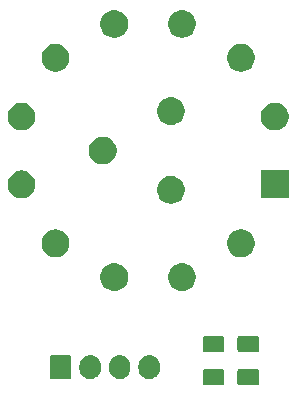
<source format=gbr>
G04 #@! TF.GenerationSoftware,KiCad,Pcbnew,5.0.2-bee76a0~70~ubuntu18.10.1*
G04 #@! TF.CreationDate,2019-03-17T01:32:55+01:00*
G04 #@! TF.ProjectId,Relocator Rotary,52656c6f-6361-4746-9f72-20526f746172,rev?*
G04 #@! TF.SameCoordinates,Original*
G04 #@! TF.FileFunction,Soldermask,Top*
G04 #@! TF.FilePolarity,Negative*
%FSLAX46Y46*%
G04 Gerber Fmt 4.6, Leading zero omitted, Abs format (unit mm)*
G04 Created by KiCad (PCBNEW 5.0.2-bee76a0~70~ubuntu18.10.1) date dom 17 mar 2019 01:32:55 CET*
%MOMM*%
%LPD*%
G01*
G04 APERTURE LIST*
%ADD10C,0.100000*%
G04 APERTURE END LIST*
D10*
G36*
X38919404Y-47616747D02*
X38955945Y-47627832D01*
X38989620Y-47645831D01*
X39019141Y-47670059D01*
X39043369Y-47699580D01*
X39061368Y-47733255D01*
X39072453Y-47769796D01*
X39076800Y-47813938D01*
X39076800Y-48762862D01*
X39072453Y-48807004D01*
X39061368Y-48843545D01*
X39043369Y-48877220D01*
X39019141Y-48906741D01*
X38989620Y-48930969D01*
X38955945Y-48948968D01*
X38919404Y-48960053D01*
X38875262Y-48964400D01*
X37426338Y-48964400D01*
X37382196Y-48960053D01*
X37345655Y-48948968D01*
X37311980Y-48930969D01*
X37282459Y-48906741D01*
X37258231Y-48877220D01*
X37240232Y-48843545D01*
X37229147Y-48807004D01*
X37224800Y-48762862D01*
X37224800Y-47813938D01*
X37229147Y-47769796D01*
X37240232Y-47733255D01*
X37258231Y-47699580D01*
X37282459Y-47670059D01*
X37311980Y-47645831D01*
X37345655Y-47627832D01*
X37382196Y-47616747D01*
X37426338Y-47612400D01*
X38875262Y-47612400D01*
X38919404Y-47616747D01*
X38919404Y-47616747D01*
G37*
G36*
X35973004Y-47616747D02*
X36009545Y-47627832D01*
X36043220Y-47645831D01*
X36072741Y-47670059D01*
X36096969Y-47699580D01*
X36114968Y-47733255D01*
X36126053Y-47769796D01*
X36130400Y-47813938D01*
X36130400Y-48762862D01*
X36126053Y-48807004D01*
X36114968Y-48843545D01*
X36096969Y-48877220D01*
X36072741Y-48906741D01*
X36043220Y-48930969D01*
X36009545Y-48948968D01*
X35973004Y-48960053D01*
X35928862Y-48964400D01*
X34479938Y-48964400D01*
X34435796Y-48960053D01*
X34399255Y-48948968D01*
X34365580Y-48930969D01*
X34336059Y-48906741D01*
X34311831Y-48877220D01*
X34293832Y-48843545D01*
X34282747Y-48807004D01*
X34278400Y-48762862D01*
X34278400Y-47813938D01*
X34282747Y-47769796D01*
X34293832Y-47733255D01*
X34311831Y-47699580D01*
X34336059Y-47670059D01*
X34365580Y-47645831D01*
X34399255Y-47627832D01*
X34435796Y-47616747D01*
X34479938Y-47612400D01*
X35928862Y-47612400D01*
X35973004Y-47616747D01*
X35973004Y-47616747D01*
G37*
G36*
X24927026Y-46434237D02*
X25040252Y-46468584D01*
X25096866Y-46485757D01*
X25253389Y-46569421D01*
X25390586Y-46682014D01*
X25473848Y-46783471D01*
X25503178Y-46819209D01*
X25503179Y-46819211D01*
X25586843Y-46975733D01*
X25604016Y-47032347D01*
X25638363Y-47145573D01*
X25638363Y-47145575D01*
X25651400Y-47277940D01*
X25651400Y-47616459D01*
X25648507Y-47645831D01*
X25638363Y-47748826D01*
X25586843Y-47918666D01*
X25503178Y-48075191D01*
X25503177Y-48075192D01*
X25390586Y-48212386D01*
X25295651Y-48290296D01*
X25253391Y-48324978D01*
X25253389Y-48324979D01*
X25096867Y-48408643D01*
X25056134Y-48420999D01*
X24927027Y-48460163D01*
X24750400Y-48477559D01*
X24573774Y-48460163D01*
X24444667Y-48420999D01*
X24403934Y-48408643D01*
X24247412Y-48324979D01*
X24247410Y-48324978D01*
X24110216Y-48212386D01*
X24110212Y-48212383D01*
X23997622Y-48075192D01*
X23913957Y-47918667D01*
X23868798Y-47769796D01*
X23862437Y-47748827D01*
X23852293Y-47645831D01*
X23849400Y-47616460D01*
X23849400Y-47277941D01*
X23862437Y-47145576D01*
X23862437Y-47145574D01*
X23913957Y-46975735D01*
X23913957Y-46975734D01*
X23997621Y-46819211D01*
X24110214Y-46682014D01*
X24211671Y-46598752D01*
X24247409Y-46569422D01*
X24265313Y-46559852D01*
X24403933Y-46485757D01*
X24460547Y-46468584D01*
X24573773Y-46434237D01*
X24750400Y-46416841D01*
X24927026Y-46434237D01*
X24927026Y-46434237D01*
G37*
G36*
X27427026Y-46434237D02*
X27540252Y-46468584D01*
X27596866Y-46485757D01*
X27753389Y-46569421D01*
X27890586Y-46682014D01*
X27973848Y-46783471D01*
X28003178Y-46819209D01*
X28003179Y-46819211D01*
X28086843Y-46975733D01*
X28104016Y-47032347D01*
X28138363Y-47145573D01*
X28138363Y-47145575D01*
X28151400Y-47277940D01*
X28151400Y-47616459D01*
X28148507Y-47645831D01*
X28138363Y-47748826D01*
X28086843Y-47918666D01*
X28003178Y-48075191D01*
X28003177Y-48075192D01*
X27890586Y-48212386D01*
X27795651Y-48290296D01*
X27753391Y-48324978D01*
X27753389Y-48324979D01*
X27596867Y-48408643D01*
X27556134Y-48420999D01*
X27427027Y-48460163D01*
X27250400Y-48477559D01*
X27073774Y-48460163D01*
X26944667Y-48420999D01*
X26903934Y-48408643D01*
X26747412Y-48324979D01*
X26747410Y-48324978D01*
X26610216Y-48212386D01*
X26610212Y-48212383D01*
X26497622Y-48075192D01*
X26413957Y-47918667D01*
X26368798Y-47769796D01*
X26362437Y-47748827D01*
X26352293Y-47645831D01*
X26349400Y-47616460D01*
X26349400Y-47277941D01*
X26362437Y-47145576D01*
X26362437Y-47145574D01*
X26413957Y-46975735D01*
X26413957Y-46975734D01*
X26497621Y-46819211D01*
X26610214Y-46682014D01*
X26711671Y-46598752D01*
X26747409Y-46569422D01*
X26765313Y-46559852D01*
X26903933Y-46485757D01*
X26960547Y-46468584D01*
X27073773Y-46434237D01*
X27250400Y-46416841D01*
X27427026Y-46434237D01*
X27427026Y-46434237D01*
G37*
G36*
X29927026Y-46434237D02*
X30040252Y-46468584D01*
X30096866Y-46485757D01*
X30253389Y-46569421D01*
X30390586Y-46682014D01*
X30473848Y-46783471D01*
X30503178Y-46819209D01*
X30503179Y-46819211D01*
X30586843Y-46975733D01*
X30604016Y-47032347D01*
X30638363Y-47145573D01*
X30638363Y-47145575D01*
X30651400Y-47277940D01*
X30651400Y-47616459D01*
X30648507Y-47645831D01*
X30638363Y-47748826D01*
X30586843Y-47918666D01*
X30503178Y-48075191D01*
X30503177Y-48075192D01*
X30390586Y-48212386D01*
X30295651Y-48290296D01*
X30253391Y-48324978D01*
X30253389Y-48324979D01*
X30096867Y-48408643D01*
X30056134Y-48420999D01*
X29927027Y-48460163D01*
X29750400Y-48477559D01*
X29573774Y-48460163D01*
X29444667Y-48420999D01*
X29403934Y-48408643D01*
X29247412Y-48324979D01*
X29247410Y-48324978D01*
X29110216Y-48212386D01*
X29110212Y-48212383D01*
X28997622Y-48075192D01*
X28913957Y-47918667D01*
X28868798Y-47769796D01*
X28862437Y-47748827D01*
X28852293Y-47645831D01*
X28849400Y-47616460D01*
X28849400Y-47277941D01*
X28862437Y-47145576D01*
X28862437Y-47145574D01*
X28913957Y-46975735D01*
X28913957Y-46975734D01*
X28997621Y-46819211D01*
X29110214Y-46682014D01*
X29211671Y-46598752D01*
X29247409Y-46569422D01*
X29265313Y-46559852D01*
X29403933Y-46485757D01*
X29460547Y-46468584D01*
X29573773Y-46434237D01*
X29750400Y-46416841D01*
X29927026Y-46434237D01*
X29927026Y-46434237D01*
G37*
G36*
X23009000Y-46425189D02*
X23042049Y-46435214D01*
X23072506Y-46451494D01*
X23099199Y-46473401D01*
X23121106Y-46500094D01*
X23137386Y-46530551D01*
X23147411Y-46563600D01*
X23151400Y-46604104D01*
X23151400Y-48290296D01*
X23147411Y-48330800D01*
X23137386Y-48363849D01*
X23121106Y-48394306D01*
X23099199Y-48420999D01*
X23072506Y-48442906D01*
X23042049Y-48459186D01*
X23009000Y-48469211D01*
X22968496Y-48473200D01*
X21532304Y-48473200D01*
X21491800Y-48469211D01*
X21458751Y-48459186D01*
X21428294Y-48442906D01*
X21401601Y-48420999D01*
X21379694Y-48394306D01*
X21363414Y-48363849D01*
X21353389Y-48330800D01*
X21349400Y-48290296D01*
X21349400Y-46604104D01*
X21353389Y-46563600D01*
X21363414Y-46530551D01*
X21379694Y-46500094D01*
X21401601Y-46473401D01*
X21428294Y-46451494D01*
X21458751Y-46435214D01*
X21491800Y-46425189D01*
X21532304Y-46421200D01*
X22968496Y-46421200D01*
X23009000Y-46425189D01*
X23009000Y-46425189D01*
G37*
G36*
X35973004Y-44816747D02*
X36009545Y-44827832D01*
X36043220Y-44845831D01*
X36072741Y-44870059D01*
X36096969Y-44899580D01*
X36114968Y-44933255D01*
X36126053Y-44969796D01*
X36130400Y-45013938D01*
X36130400Y-45962862D01*
X36126053Y-46007004D01*
X36114968Y-46043545D01*
X36096969Y-46077220D01*
X36072741Y-46106741D01*
X36043220Y-46130969D01*
X36009545Y-46148968D01*
X35973004Y-46160053D01*
X35928862Y-46164400D01*
X34479938Y-46164400D01*
X34435796Y-46160053D01*
X34399255Y-46148968D01*
X34365580Y-46130969D01*
X34336059Y-46106741D01*
X34311831Y-46077220D01*
X34293832Y-46043545D01*
X34282747Y-46007004D01*
X34278400Y-45962862D01*
X34278400Y-45013938D01*
X34282747Y-44969796D01*
X34293832Y-44933255D01*
X34311831Y-44899580D01*
X34336059Y-44870059D01*
X34365580Y-44845831D01*
X34399255Y-44827832D01*
X34435796Y-44816747D01*
X34479938Y-44812400D01*
X35928862Y-44812400D01*
X35973004Y-44816747D01*
X35973004Y-44816747D01*
G37*
G36*
X38919404Y-44816747D02*
X38955945Y-44827832D01*
X38989620Y-44845831D01*
X39019141Y-44870059D01*
X39043369Y-44899580D01*
X39061368Y-44933255D01*
X39072453Y-44969796D01*
X39076800Y-45013938D01*
X39076800Y-45962862D01*
X39072453Y-46007004D01*
X39061368Y-46043545D01*
X39043369Y-46077220D01*
X39019141Y-46106741D01*
X38989620Y-46130969D01*
X38955945Y-46148968D01*
X38919404Y-46160053D01*
X38875262Y-46164400D01*
X37426338Y-46164400D01*
X37382196Y-46160053D01*
X37345655Y-46148968D01*
X37311980Y-46130969D01*
X37282459Y-46106741D01*
X37258231Y-46077220D01*
X37240232Y-46043545D01*
X37229147Y-46007004D01*
X37224800Y-45962862D01*
X37224800Y-45013938D01*
X37229147Y-44969796D01*
X37240232Y-44933255D01*
X37258231Y-44899580D01*
X37282459Y-44870059D01*
X37311980Y-44845831D01*
X37345655Y-44827832D01*
X37382196Y-44816747D01*
X37426338Y-44812400D01*
X38875262Y-44812400D01*
X38919404Y-44816747D01*
X38919404Y-44816747D01*
G37*
G36*
X32766626Y-38674996D02*
X32880227Y-38697593D01*
X33094245Y-38786242D01*
X33285558Y-38914074D01*
X33286859Y-38914943D01*
X33450657Y-39078741D01*
X33450659Y-39078744D01*
X33579358Y-39271355D01*
X33668007Y-39485373D01*
X33713200Y-39712574D01*
X33713200Y-39944226D01*
X33668007Y-40171427D01*
X33579358Y-40385445D01*
X33451526Y-40576758D01*
X33450657Y-40578059D01*
X33286859Y-40741857D01*
X33286856Y-40741859D01*
X33094245Y-40870558D01*
X32880227Y-40959207D01*
X32766627Y-40981803D01*
X32653027Y-41004400D01*
X32421373Y-41004400D01*
X32307773Y-40981803D01*
X32194173Y-40959207D01*
X31980155Y-40870558D01*
X31787544Y-40741859D01*
X31787541Y-40741857D01*
X31623743Y-40578059D01*
X31622874Y-40576758D01*
X31495042Y-40385445D01*
X31406393Y-40171427D01*
X31361200Y-39944226D01*
X31361200Y-39712574D01*
X31406393Y-39485373D01*
X31495042Y-39271355D01*
X31623741Y-39078744D01*
X31623743Y-39078741D01*
X31787541Y-38914943D01*
X31788842Y-38914074D01*
X31980155Y-38786242D01*
X32194173Y-38697593D01*
X32307774Y-38674996D01*
X32421373Y-38652400D01*
X32653027Y-38652400D01*
X32766626Y-38674996D01*
X32766626Y-38674996D01*
G37*
G36*
X27026626Y-38674996D02*
X27140227Y-38697593D01*
X27354245Y-38786242D01*
X27545558Y-38914074D01*
X27546859Y-38914943D01*
X27710657Y-39078741D01*
X27710659Y-39078744D01*
X27839358Y-39271355D01*
X27928007Y-39485373D01*
X27973200Y-39712574D01*
X27973200Y-39944226D01*
X27928007Y-40171427D01*
X27839358Y-40385445D01*
X27711526Y-40576758D01*
X27710657Y-40578059D01*
X27546859Y-40741857D01*
X27546856Y-40741859D01*
X27354245Y-40870558D01*
X27140227Y-40959207D01*
X27026627Y-40981803D01*
X26913027Y-41004400D01*
X26681373Y-41004400D01*
X26567773Y-40981803D01*
X26454173Y-40959207D01*
X26240155Y-40870558D01*
X26047544Y-40741859D01*
X26047541Y-40741857D01*
X25883743Y-40578059D01*
X25882874Y-40576758D01*
X25755042Y-40385445D01*
X25666393Y-40171427D01*
X25621200Y-39944226D01*
X25621200Y-39712574D01*
X25666393Y-39485373D01*
X25755042Y-39271355D01*
X25883741Y-39078744D01*
X25883743Y-39078741D01*
X26047541Y-38914943D01*
X26048842Y-38914074D01*
X26240155Y-38786242D01*
X26454173Y-38697593D01*
X26567774Y-38674996D01*
X26681373Y-38652400D01*
X26913027Y-38652400D01*
X27026626Y-38674996D01*
X27026626Y-38674996D01*
G37*
G36*
X22046627Y-35804997D02*
X22160227Y-35827593D01*
X22374245Y-35916242D01*
X22565558Y-36044074D01*
X22566859Y-36044943D01*
X22730657Y-36208741D01*
X22730659Y-36208744D01*
X22859358Y-36401355D01*
X22948007Y-36615373D01*
X22993200Y-36842574D01*
X22993200Y-37074226D01*
X22948007Y-37301427D01*
X22859358Y-37515445D01*
X22731526Y-37706758D01*
X22730657Y-37708059D01*
X22566859Y-37871857D01*
X22566856Y-37871859D01*
X22374245Y-38000558D01*
X22160227Y-38089207D01*
X22046627Y-38111803D01*
X21933027Y-38134400D01*
X21701373Y-38134400D01*
X21587773Y-38111803D01*
X21474173Y-38089207D01*
X21260155Y-38000558D01*
X21067544Y-37871859D01*
X21067541Y-37871857D01*
X20903743Y-37708059D01*
X20902874Y-37706758D01*
X20775042Y-37515445D01*
X20686393Y-37301427D01*
X20641200Y-37074226D01*
X20641200Y-36842574D01*
X20686393Y-36615373D01*
X20775042Y-36401355D01*
X20903741Y-36208744D01*
X20903743Y-36208741D01*
X21067541Y-36044943D01*
X21068842Y-36044074D01*
X21260155Y-35916242D01*
X21474173Y-35827593D01*
X21587773Y-35804997D01*
X21701373Y-35782400D01*
X21933027Y-35782400D01*
X22046627Y-35804997D01*
X22046627Y-35804997D01*
G37*
G36*
X37746627Y-35804997D02*
X37860227Y-35827593D01*
X38074245Y-35916242D01*
X38265558Y-36044074D01*
X38266859Y-36044943D01*
X38430657Y-36208741D01*
X38430659Y-36208744D01*
X38559358Y-36401355D01*
X38648007Y-36615373D01*
X38693200Y-36842574D01*
X38693200Y-37074226D01*
X38648007Y-37301427D01*
X38559358Y-37515445D01*
X38431526Y-37706758D01*
X38430657Y-37708059D01*
X38266859Y-37871857D01*
X38266856Y-37871859D01*
X38074245Y-38000558D01*
X37860227Y-38089207D01*
X37746627Y-38111803D01*
X37633027Y-38134400D01*
X37401373Y-38134400D01*
X37287773Y-38111803D01*
X37174173Y-38089207D01*
X36960155Y-38000558D01*
X36767544Y-37871859D01*
X36767541Y-37871857D01*
X36603743Y-37708059D01*
X36602874Y-37706758D01*
X36475042Y-37515445D01*
X36386393Y-37301427D01*
X36341200Y-37074226D01*
X36341200Y-36842574D01*
X36386393Y-36615373D01*
X36475042Y-36401355D01*
X36603741Y-36208744D01*
X36603743Y-36208741D01*
X36767541Y-36044943D01*
X36768842Y-36044074D01*
X36960155Y-35916242D01*
X37174173Y-35827593D01*
X37287773Y-35804997D01*
X37401373Y-35782400D01*
X37633027Y-35782400D01*
X37746627Y-35804997D01*
X37746627Y-35804997D01*
G37*
G36*
X31821627Y-31288997D02*
X31935227Y-31311593D01*
X32149245Y-31400242D01*
X32340558Y-31528074D01*
X32341859Y-31528943D01*
X32505657Y-31692741D01*
X32505659Y-31692744D01*
X32634358Y-31885355D01*
X32723007Y-32099373D01*
X32768200Y-32326574D01*
X32768200Y-32558226D01*
X32723007Y-32785427D01*
X32634358Y-32999445D01*
X32561017Y-33109207D01*
X32505657Y-33192059D01*
X32341859Y-33355857D01*
X32341856Y-33355859D01*
X32149245Y-33484558D01*
X31935227Y-33573207D01*
X31821626Y-33595804D01*
X31708027Y-33618400D01*
X31476373Y-33618400D01*
X31362774Y-33595804D01*
X31249173Y-33573207D01*
X31035155Y-33484558D01*
X30842544Y-33355859D01*
X30842541Y-33355857D01*
X30678743Y-33192059D01*
X30623383Y-33109207D01*
X30550042Y-32999445D01*
X30461393Y-32785427D01*
X30416200Y-32558226D01*
X30416200Y-32326574D01*
X30461393Y-32099373D01*
X30550042Y-31885355D01*
X30678741Y-31692744D01*
X30678743Y-31692741D01*
X30842541Y-31528943D01*
X30843842Y-31528074D01*
X31035155Y-31400242D01*
X31249173Y-31311593D01*
X31362773Y-31288997D01*
X31476373Y-31266400D01*
X31708027Y-31266400D01*
X31821627Y-31288997D01*
X31821627Y-31288997D01*
G37*
G36*
X41563200Y-33154400D02*
X39211200Y-33154400D01*
X39211200Y-30802400D01*
X41563200Y-30802400D01*
X41563200Y-33154400D01*
X41563200Y-33154400D01*
G37*
G36*
X19176626Y-30824996D02*
X19290227Y-30847593D01*
X19504245Y-30936242D01*
X19695558Y-31064074D01*
X19696859Y-31064943D01*
X19860657Y-31228741D01*
X19860659Y-31228744D01*
X19989358Y-31421355D01*
X20078007Y-31635373D01*
X20123200Y-31862574D01*
X20123200Y-32094226D01*
X20078007Y-32321427D01*
X19989358Y-32535445D01*
X19861526Y-32726758D01*
X19860657Y-32728059D01*
X19696859Y-32891857D01*
X19696856Y-32891859D01*
X19504245Y-33020558D01*
X19290227Y-33109207D01*
X19176627Y-33131803D01*
X19063027Y-33154400D01*
X18831373Y-33154400D01*
X18717773Y-33131803D01*
X18604173Y-33109207D01*
X18390155Y-33020558D01*
X18197544Y-32891859D01*
X18197541Y-32891857D01*
X18033743Y-32728059D01*
X18032874Y-32726758D01*
X17905042Y-32535445D01*
X17816393Y-32321427D01*
X17771200Y-32094226D01*
X17771200Y-31862574D01*
X17816393Y-31635373D01*
X17905042Y-31421355D01*
X18033741Y-31228744D01*
X18033743Y-31228741D01*
X18197541Y-31064943D01*
X18198842Y-31064074D01*
X18390155Y-30936242D01*
X18604173Y-30847593D01*
X18717774Y-30824996D01*
X18831373Y-30802400D01*
X19063027Y-30802400D01*
X19176626Y-30824996D01*
X19176626Y-30824996D01*
G37*
G36*
X26046627Y-27954997D02*
X26160227Y-27977593D01*
X26374245Y-28066242D01*
X26565558Y-28194074D01*
X26566859Y-28194943D01*
X26730657Y-28358741D01*
X26730659Y-28358744D01*
X26859358Y-28551355D01*
X26948007Y-28765373D01*
X26993200Y-28992574D01*
X26993200Y-29224226D01*
X26948007Y-29451427D01*
X26859358Y-29665445D01*
X26731526Y-29856758D01*
X26730657Y-29858059D01*
X26566859Y-30021857D01*
X26566856Y-30021859D01*
X26374245Y-30150558D01*
X26160227Y-30239207D01*
X26046627Y-30261803D01*
X25933027Y-30284400D01*
X25701373Y-30284400D01*
X25587773Y-30261803D01*
X25474173Y-30239207D01*
X25260155Y-30150558D01*
X25067544Y-30021859D01*
X25067541Y-30021857D01*
X24903743Y-29858059D01*
X24902874Y-29856758D01*
X24775042Y-29665445D01*
X24686393Y-29451427D01*
X24641200Y-29224226D01*
X24641200Y-28992574D01*
X24686393Y-28765373D01*
X24775042Y-28551355D01*
X24903741Y-28358744D01*
X24903743Y-28358741D01*
X25067541Y-28194943D01*
X25068842Y-28194074D01*
X25260155Y-28066242D01*
X25474173Y-27977593D01*
X25587773Y-27954997D01*
X25701373Y-27932400D01*
X25933027Y-27932400D01*
X26046627Y-27954997D01*
X26046627Y-27954997D01*
G37*
G36*
X40616626Y-25084996D02*
X40730227Y-25107593D01*
X40944245Y-25196242D01*
X41135558Y-25324074D01*
X41136859Y-25324943D01*
X41300657Y-25488741D01*
X41300659Y-25488744D01*
X41429358Y-25681355D01*
X41518007Y-25895373D01*
X41563200Y-26122574D01*
X41563200Y-26354226D01*
X41518007Y-26581427D01*
X41429358Y-26795445D01*
X41356017Y-26905207D01*
X41300657Y-26988059D01*
X41136859Y-27151857D01*
X41136856Y-27151859D01*
X40944245Y-27280558D01*
X40730227Y-27369207D01*
X40616626Y-27391804D01*
X40503027Y-27414400D01*
X40271373Y-27414400D01*
X40157774Y-27391804D01*
X40044173Y-27369207D01*
X39830155Y-27280558D01*
X39637544Y-27151859D01*
X39637541Y-27151857D01*
X39473743Y-26988059D01*
X39418383Y-26905207D01*
X39345042Y-26795445D01*
X39256393Y-26581427D01*
X39211200Y-26354226D01*
X39211200Y-26122574D01*
X39256393Y-25895373D01*
X39345042Y-25681355D01*
X39473741Y-25488744D01*
X39473743Y-25488741D01*
X39637541Y-25324943D01*
X39638842Y-25324074D01*
X39830155Y-25196242D01*
X40044173Y-25107593D01*
X40157774Y-25084996D01*
X40271373Y-25062400D01*
X40503027Y-25062400D01*
X40616626Y-25084996D01*
X40616626Y-25084996D01*
G37*
G36*
X19176626Y-25084996D02*
X19290227Y-25107593D01*
X19504245Y-25196242D01*
X19695558Y-25324074D01*
X19696859Y-25324943D01*
X19860657Y-25488741D01*
X19860659Y-25488744D01*
X19989358Y-25681355D01*
X20078007Y-25895373D01*
X20123200Y-26122574D01*
X20123200Y-26354226D01*
X20078007Y-26581427D01*
X19989358Y-26795445D01*
X19916017Y-26905207D01*
X19860657Y-26988059D01*
X19696859Y-27151857D01*
X19696856Y-27151859D01*
X19504245Y-27280558D01*
X19290227Y-27369207D01*
X19176626Y-27391804D01*
X19063027Y-27414400D01*
X18831373Y-27414400D01*
X18717774Y-27391804D01*
X18604173Y-27369207D01*
X18390155Y-27280558D01*
X18197544Y-27151859D01*
X18197541Y-27151857D01*
X18033743Y-26988059D01*
X17978383Y-26905207D01*
X17905042Y-26795445D01*
X17816393Y-26581427D01*
X17771200Y-26354226D01*
X17771200Y-26122574D01*
X17816393Y-25895373D01*
X17905042Y-25681355D01*
X18033741Y-25488744D01*
X18033743Y-25488741D01*
X18197541Y-25324943D01*
X18198842Y-25324074D01*
X18390155Y-25196242D01*
X18604173Y-25107593D01*
X18717774Y-25084996D01*
X18831373Y-25062400D01*
X19063027Y-25062400D01*
X19176626Y-25084996D01*
X19176626Y-25084996D01*
G37*
G36*
X31821626Y-24620996D02*
X31935227Y-24643593D01*
X32149245Y-24732242D01*
X32340558Y-24860074D01*
X32341859Y-24860943D01*
X32505657Y-25024741D01*
X32505659Y-25024744D01*
X32634358Y-25217355D01*
X32723007Y-25431373D01*
X32768200Y-25658574D01*
X32768200Y-25890226D01*
X32723007Y-26117427D01*
X32634358Y-26331445D01*
X32506526Y-26522758D01*
X32505657Y-26524059D01*
X32341859Y-26687857D01*
X32341856Y-26687859D01*
X32149245Y-26816558D01*
X31935227Y-26905207D01*
X31821626Y-26927804D01*
X31708027Y-26950400D01*
X31476373Y-26950400D01*
X31362774Y-26927804D01*
X31249173Y-26905207D01*
X31035155Y-26816558D01*
X30842544Y-26687859D01*
X30842541Y-26687857D01*
X30678743Y-26524059D01*
X30677874Y-26522758D01*
X30550042Y-26331445D01*
X30461393Y-26117427D01*
X30416200Y-25890226D01*
X30416200Y-25658574D01*
X30461393Y-25431373D01*
X30550042Y-25217355D01*
X30678741Y-25024744D01*
X30678743Y-25024741D01*
X30842541Y-24860943D01*
X30843842Y-24860074D01*
X31035155Y-24732242D01*
X31249173Y-24643593D01*
X31362773Y-24620997D01*
X31476373Y-24598400D01*
X31708027Y-24598400D01*
X31821626Y-24620996D01*
X31821626Y-24620996D01*
G37*
G36*
X37746627Y-20104997D02*
X37860227Y-20127593D01*
X38074245Y-20216242D01*
X38265558Y-20344074D01*
X38266859Y-20344943D01*
X38430657Y-20508741D01*
X38430659Y-20508744D01*
X38559358Y-20701355D01*
X38648007Y-20915373D01*
X38693200Y-21142574D01*
X38693200Y-21374226D01*
X38648007Y-21601427D01*
X38559358Y-21815445D01*
X38431526Y-22006758D01*
X38430657Y-22008059D01*
X38266859Y-22171857D01*
X38266856Y-22171859D01*
X38074245Y-22300558D01*
X37860227Y-22389207D01*
X37746627Y-22411803D01*
X37633027Y-22434400D01*
X37401373Y-22434400D01*
X37287773Y-22411803D01*
X37174173Y-22389207D01*
X36960155Y-22300558D01*
X36767544Y-22171859D01*
X36767541Y-22171857D01*
X36603743Y-22008059D01*
X36602874Y-22006758D01*
X36475042Y-21815445D01*
X36386393Y-21601427D01*
X36341200Y-21374226D01*
X36341200Y-21142574D01*
X36386393Y-20915373D01*
X36475042Y-20701355D01*
X36603741Y-20508744D01*
X36603743Y-20508741D01*
X36767541Y-20344943D01*
X36768842Y-20344074D01*
X36960155Y-20216242D01*
X37174173Y-20127593D01*
X37287773Y-20104997D01*
X37401373Y-20082400D01*
X37633027Y-20082400D01*
X37746627Y-20104997D01*
X37746627Y-20104997D01*
G37*
G36*
X22046627Y-20104997D02*
X22160227Y-20127593D01*
X22374245Y-20216242D01*
X22565558Y-20344074D01*
X22566859Y-20344943D01*
X22730657Y-20508741D01*
X22730659Y-20508744D01*
X22859358Y-20701355D01*
X22948007Y-20915373D01*
X22993200Y-21142574D01*
X22993200Y-21374226D01*
X22948007Y-21601427D01*
X22859358Y-21815445D01*
X22731526Y-22006758D01*
X22730657Y-22008059D01*
X22566859Y-22171857D01*
X22566856Y-22171859D01*
X22374245Y-22300558D01*
X22160227Y-22389207D01*
X22046627Y-22411803D01*
X21933027Y-22434400D01*
X21701373Y-22434400D01*
X21587773Y-22411803D01*
X21474173Y-22389207D01*
X21260155Y-22300558D01*
X21067544Y-22171859D01*
X21067541Y-22171857D01*
X20903743Y-22008059D01*
X20902874Y-22006758D01*
X20775042Y-21815445D01*
X20686393Y-21601427D01*
X20641200Y-21374226D01*
X20641200Y-21142574D01*
X20686393Y-20915373D01*
X20775042Y-20701355D01*
X20903741Y-20508744D01*
X20903743Y-20508741D01*
X21067541Y-20344943D01*
X21068842Y-20344074D01*
X21260155Y-20216242D01*
X21474173Y-20127593D01*
X21587773Y-20104997D01*
X21701373Y-20082400D01*
X21933027Y-20082400D01*
X22046627Y-20104997D01*
X22046627Y-20104997D01*
G37*
G36*
X32766627Y-17234997D02*
X32880227Y-17257593D01*
X33094245Y-17346242D01*
X33285558Y-17474074D01*
X33286859Y-17474943D01*
X33450657Y-17638741D01*
X33450659Y-17638744D01*
X33579358Y-17831355D01*
X33668007Y-18045373D01*
X33713200Y-18272574D01*
X33713200Y-18504226D01*
X33668007Y-18731427D01*
X33579358Y-18945445D01*
X33451526Y-19136758D01*
X33450657Y-19138059D01*
X33286859Y-19301857D01*
X33286856Y-19301859D01*
X33094245Y-19430558D01*
X32880227Y-19519207D01*
X32766627Y-19541803D01*
X32653027Y-19564400D01*
X32421373Y-19564400D01*
X32307773Y-19541803D01*
X32194173Y-19519207D01*
X31980155Y-19430558D01*
X31787544Y-19301859D01*
X31787541Y-19301857D01*
X31623743Y-19138059D01*
X31622874Y-19136758D01*
X31495042Y-18945445D01*
X31406393Y-18731427D01*
X31361200Y-18504226D01*
X31361200Y-18272574D01*
X31406393Y-18045373D01*
X31495042Y-17831355D01*
X31623741Y-17638744D01*
X31623743Y-17638741D01*
X31787541Y-17474943D01*
X31788842Y-17474074D01*
X31980155Y-17346242D01*
X32194173Y-17257593D01*
X32307773Y-17234997D01*
X32421373Y-17212400D01*
X32653027Y-17212400D01*
X32766627Y-17234997D01*
X32766627Y-17234997D01*
G37*
G36*
X27026627Y-17234997D02*
X27140227Y-17257593D01*
X27354245Y-17346242D01*
X27545558Y-17474074D01*
X27546859Y-17474943D01*
X27710657Y-17638741D01*
X27710659Y-17638744D01*
X27839358Y-17831355D01*
X27928007Y-18045373D01*
X27973200Y-18272574D01*
X27973200Y-18504226D01*
X27928007Y-18731427D01*
X27839358Y-18945445D01*
X27711526Y-19136758D01*
X27710657Y-19138059D01*
X27546859Y-19301857D01*
X27546856Y-19301859D01*
X27354245Y-19430558D01*
X27140227Y-19519207D01*
X27026627Y-19541803D01*
X26913027Y-19564400D01*
X26681373Y-19564400D01*
X26567773Y-19541803D01*
X26454173Y-19519207D01*
X26240155Y-19430558D01*
X26047544Y-19301859D01*
X26047541Y-19301857D01*
X25883743Y-19138059D01*
X25882874Y-19136758D01*
X25755042Y-18945445D01*
X25666393Y-18731427D01*
X25621200Y-18504226D01*
X25621200Y-18272574D01*
X25666393Y-18045373D01*
X25755042Y-17831355D01*
X25883741Y-17638744D01*
X25883743Y-17638741D01*
X26047541Y-17474943D01*
X26048842Y-17474074D01*
X26240155Y-17346242D01*
X26454173Y-17257593D01*
X26567773Y-17234997D01*
X26681373Y-17212400D01*
X26913027Y-17212400D01*
X27026627Y-17234997D01*
X27026627Y-17234997D01*
G37*
M02*

</source>
